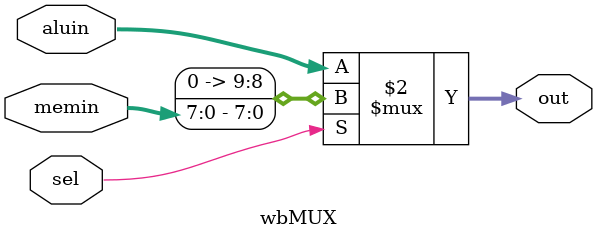
<source format=v>
module wbMUX(memin,aluin,sel,out);

input [7:0]memin;
input [9:0]aluin;
input sel;

output [9:0]out;

assign out=(sel==0)?aluin:
{2'b00,memin};

endmodule
</source>
